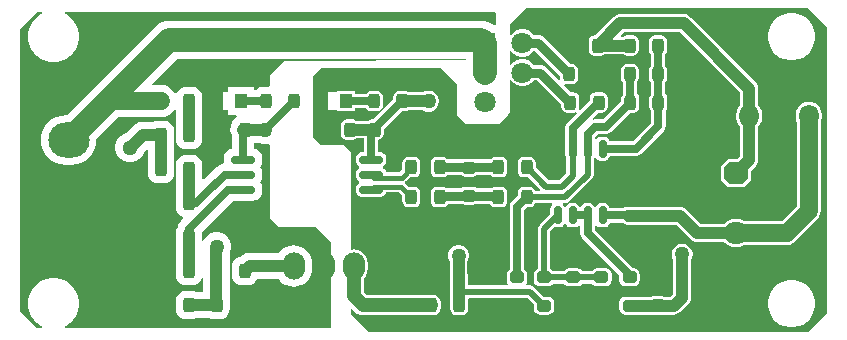
<source format=gtl>
G04*
G04 #@! TF.GenerationSoftware,Altium Limited,Altium Designer,21.6.1 (37)*
G04*
G04 Layer_Physical_Order=1*
G04 Layer_Color=3751112*
%FSTAX24Y24*%
%MOIN*%
G70*
G04*
G04 #@! TF.SameCoordinates,7AD6CBE7-45AD-4871-8827-9D585CE600FE*
G04*
G04*
G04 #@! TF.FilePolarity,Positive*
G04*
G01*
G75*
%ADD11C,0.0197*%
G04:AMPARAMS|DCode=22|XSize=59.1mil|YSize=27.6mil|CornerRadius=6.9mil|HoleSize=0mil|Usage=FLASHONLY|Rotation=270.000|XOffset=0mil|YOffset=0mil|HoleType=Round|Shape=RoundedRectangle|*
%AMROUNDEDRECTD22*
21,1,0.0591,0.0138,0,0,270.0*
21,1,0.0453,0.0276,0,0,270.0*
1,1,0.0138,-0.0069,-0.0226*
1,1,0.0138,-0.0069,0.0226*
1,1,0.0138,0.0069,0.0226*
1,1,0.0138,0.0069,-0.0226*
%
%ADD22ROUNDEDRECTD22*%
G04:AMPARAMS|DCode=23|XSize=39.4mil|YSize=47.2mil|CornerRadius=9.8mil|HoleSize=0mil|Usage=FLASHONLY|Rotation=180.000|XOffset=0mil|YOffset=0mil|HoleType=Round|Shape=RoundedRectangle|*
%AMROUNDEDRECTD23*
21,1,0.0394,0.0276,0,0,180.0*
21,1,0.0197,0.0472,0,0,180.0*
1,1,0.0197,-0.0098,0.0138*
1,1,0.0197,0.0098,0.0138*
1,1,0.0197,0.0098,-0.0138*
1,1,0.0197,-0.0098,-0.0138*
%
%ADD23ROUNDEDRECTD23*%
G04:AMPARAMS|DCode=24|XSize=39.4mil|YSize=47.2mil|CornerRadius=9.8mil|HoleSize=0mil|Usage=FLASHONLY|Rotation=270.000|XOffset=0mil|YOffset=0mil|HoleType=Round|Shape=RoundedRectangle|*
%AMROUNDEDRECTD24*
21,1,0.0394,0.0276,0,0,270.0*
21,1,0.0197,0.0472,0,0,270.0*
1,1,0.0197,-0.0138,-0.0098*
1,1,0.0197,-0.0138,0.0098*
1,1,0.0197,0.0138,0.0098*
1,1,0.0197,0.0138,-0.0098*
%
%ADD24ROUNDEDRECTD24*%
G04:AMPARAMS|DCode=25|XSize=78.7mil|YSize=27.6mil|CornerRadius=6.9mil|HoleSize=0mil|Usage=FLASHONLY|Rotation=0.000|XOffset=0mil|YOffset=0mil|HoleType=Round|Shape=RoundedRectangle|*
%AMROUNDEDRECTD25*
21,1,0.0787,0.0138,0,0,0.0*
21,1,0.0650,0.0276,0,0,0.0*
1,1,0.0138,0.0325,-0.0069*
1,1,0.0138,-0.0325,-0.0069*
1,1,0.0138,-0.0325,0.0069*
1,1,0.0138,0.0325,0.0069*
%
%ADD25ROUNDEDRECTD25*%
%ADD26R,0.0394X0.0472*%
%ADD42C,0.0394*%
%ADD43C,0.0591*%
%ADD44C,0.0787*%
%ADD45C,0.0472*%
%ADD46C,0.0276*%
%ADD47C,0.0236*%
%ADD48C,0.0315*%
%ADD49C,0.0200*%
%ADD50C,0.0300*%
%ADD51C,0.0150*%
%ADD52O,0.0748X0.0906*%
%ADD53R,0.0748X0.0906*%
%ADD54O,0.0650X0.0750*%
%ADD55O,0.0787X0.0748*%
G04:AMPARAMS|DCode=56|XSize=78.7mil|YSize=74.8mil|CornerRadius=0mil|HoleSize=0mil|Usage=FLASHONLY|Rotation=0.000|XOffset=0mil|YOffset=0mil|HoleType=Round|Shape=Octagon|*
%AMOCTAGOND56*
4,1,8,0.0394,-0.0187,0.0394,0.0187,0.0207,0.0374,-0.0207,0.0374,-0.0394,0.0187,-0.0394,-0.0187,-0.0207,-0.0374,0.0207,-0.0374,0.0394,-0.0187,0.0*
%
%ADD56OCTAGOND56*%

%ADD57R,0.0709X0.0709*%
%ADD58C,0.0709*%
%ADD59O,0.1378X0.1181*%
%ADD60C,0.0500*%
%ADD61C,0.0394*%
%ADD62C,0.0512*%
G36*
X058004Y031125D02*
X058002Y030725D01*
X057919D01*
X057856Y030776D01*
X057747Y030835D01*
X057628Y030871D01*
X057504Y030883D01*
X0471D01*
X046977Y030871D01*
X046858Y030835D01*
X046748Y030776D01*
X046652Y030698D01*
X044602Y028648D01*
X044602Y028648D01*
X043686Y027731D01*
X043652D01*
X043489Y027715D01*
X043334Y027668D01*
X04319Y027591D01*
X043064Y027487D01*
X042961Y027362D01*
X042884Y027218D01*
X042837Y027062D01*
X042821Y0269D01*
X042837Y026738D01*
X042884Y026582D01*
X042961Y026438D01*
X043064Y026313D01*
X04319Y026209D01*
X043334Y026132D01*
X043489Y026085D01*
X043652Y026069D01*
X043848D01*
X044011Y026085D01*
X044166Y026132D01*
X04431Y026209D01*
X044436Y026313D01*
X044539Y026438D01*
X044616Y026582D01*
X044663Y026738D01*
X044679Y0269D01*
X044676Y026931D01*
X045409Y027664D01*
X046831D01*
X04697Y027682D01*
X047099Y027736D01*
X04721Y027821D01*
X047282Y027914D01*
X047332Y027897D01*
Y027067D01*
X047332Y027067D01*
X047333Y02706D01*
Y026929D01*
X047344Y026842D01*
X047378Y02676D01*
X047432Y02669D01*
X047502Y026637D01*
X047583Y026603D01*
X04767Y026591D01*
X047867D01*
X047954Y026603D01*
X048036Y026637D01*
X048106Y02669D01*
X048159Y02676D01*
X048193Y026842D01*
X048205Y026929D01*
Y02706D01*
X048206Y027067D01*
Y0282D01*
X048205Y028206D01*
Y028338D01*
X048193Y028425D01*
X048159Y028507D01*
X048106Y028576D01*
X048036Y02863D01*
X047954Y028664D01*
X047867Y028675D01*
X04767D01*
X047583Y028664D01*
X047502Y02863D01*
X047432Y028576D01*
X047378Y028507D01*
X047356Y028453D01*
X047302Y028453D01*
X047296Y028468D01*
X04721Y028579D01*
X047099Y028664D01*
X04697Y028718D01*
X046831Y028736D01*
X046547D01*
X046527Y028782D01*
X047362Y029617D01*
X056987D01*
Y029556D01*
X050943Y029544D01*
X05045Y029049D01*
Y028718D01*
X0504Y028675D01*
X050236D01*
X050148Y028664D01*
X050067Y02863D01*
X049998Y028577D01*
X049927D01*
Y028672D01*
X049061D01*
Y028515D01*
X048903D01*
Y027885D01*
X049061D01*
Y027728D01*
X049327D01*
X049355Y027683D01*
X049354Y027678D01*
X049288Y027626D01*
X049234Y027557D01*
X049201Y027475D01*
X0492Y027473D01*
X049197Y027468D01*
X049153Y027363D01*
X049138Y02725D01*
X049153Y027137D01*
X049189Y027051D01*
Y02662D01*
X049161Y026616D01*
X049087Y026585D01*
X049024Y026537D01*
X048975Y026473D01*
X048944Y026399D01*
X048933Y026319D01*
Y026181D01*
X048941Y026126D01*
X048852Y026114D01*
X048761Y026077D01*
X048683Y026017D01*
X048252Y025585D01*
X048206Y025604D01*
Y025933D01*
X048205Y02594D01*
Y026071D01*
X048193Y026158D01*
X048159Y02624D01*
X048106Y02631D01*
X048036Y026363D01*
X047954Y026397D01*
X047867Y026409D01*
X04767D01*
X047583Y026397D01*
X047502Y026363D01*
X047432Y02631D01*
X047378Y02624D01*
X047344Y026158D01*
X047333Y026071D01*
Y02594D01*
X047332Y025933D01*
Y0248D01*
X047332Y0248D01*
X047333Y024794D01*
Y024662D01*
X047344Y024575D01*
X047378Y024493D01*
X047432Y024424D01*
X047502Y02437D01*
X047561Y024345D01*
X047576Y02429D01*
X047489Y024203D01*
X047429Y024125D01*
X047391Y024034D01*
X047387Y024002D01*
X047365Y023973D01*
X047331Y023892D01*
X04732Y023804D01*
Y023673D01*
X047319Y023667D01*
Y022546D01*
X047333Y022441D01*
Y022396D01*
X047344Y022308D01*
X047378Y022227D01*
X047432Y022157D01*
X047502Y022103D01*
X047583Y02207D01*
X04767Y022058D01*
X047867D01*
X047954Y02207D01*
X048036Y022103D01*
X048106Y022157D01*
X048159Y022227D01*
X048193Y022308D01*
X048194Y022318D01*
X048244Y022315D01*
Y021837D01*
X048013D01*
X047948Y021864D01*
X047861Y021875D01*
X047664D01*
X047577Y021864D01*
X047495Y02183D01*
X047425Y021776D01*
X047372Y021707D01*
X047338Y021625D01*
X047326Y021538D01*
Y021406D01*
X047326Y0214D01*
X047326Y021394D01*
Y021262D01*
X047338Y021175D01*
X047372Y021093D01*
X047425Y021024D01*
X047495Y02097D01*
X047577Y020936D01*
X047664Y020925D01*
X047861D01*
X047948Y020936D01*
X048013Y020963D01*
X048437D01*
X048502Y020936D01*
X048589Y020925D01*
X048786D01*
X048873Y020936D01*
X048955Y02097D01*
X049025Y021024D01*
X049078Y021093D01*
X049112Y021175D01*
X049124Y021262D01*
Y021538D01*
X049118Y021579D01*
Y023109D01*
X049144Y023153D01*
X049177Y023277D01*
Y023405D01*
X049144Y023528D01*
X04908Y023639D01*
X048989Y02373D01*
X048878Y023794D01*
X048755Y023827D01*
X048627D01*
X048503Y023794D01*
X048392Y02373D01*
X048302Y023639D01*
X048243Y023537D01*
X04821Y023539D01*
X048193Y023545D01*
Y023667D01*
X048192Y023673D01*
Y023804D01*
X048188Y023835D01*
X049017Y024664D01*
X049017Y024664D01*
X049226Y024873D01*
X049566D01*
X04957Y024873D01*
X049891D01*
X04997Y024884D01*
X050045Y024915D01*
X050108Y024963D01*
X050157Y025027D01*
X050188Y025101D01*
X050198Y025181D01*
Y025319D01*
X050188Y025399D01*
X050157Y025473D01*
X050136Y0255D01*
X050157Y025527D01*
X050188Y025601D01*
X050198Y025681D01*
Y025819D01*
X050188Y025899D01*
X050157Y025973D01*
X050136Y026D01*
X050157Y026027D01*
X050188Y026101D01*
X050198Y026181D01*
Y026319D01*
X050188Y026399D01*
X050157Y026473D01*
X050108Y026537D01*
X050045Y026585D01*
X04997Y026616D01*
X049943Y02662D01*
Y026813D01*
X050084D01*
X050112Y026797D01*
X050236Y026764D01*
X050364D01*
X05041Y026776D01*
X05045Y026746D01*
X05045Y0243D01*
X05075Y024D01*
X052Y024D01*
X0525Y0235D01*
Y020639D01*
X043637Y020639D01*
X043627Y020688D01*
X043651Y020698D01*
X04379Y020791D01*
X043907Y020908D01*
X044Y021047D01*
X044064Y021201D01*
X044096Y021365D01*
Y021531D01*
X044064Y021695D01*
X044Y021849D01*
X043907Y021988D01*
X04379Y022106D01*
X043651Y022198D01*
X043497Y022262D01*
X043333Y022294D01*
X043167D01*
X043003Y022262D01*
X042849Y022198D01*
X04271Y022106D01*
X042593Y021988D01*
X0425Y021849D01*
X042436Y021695D01*
X042404Y021531D01*
Y021365D01*
X042436Y021201D01*
X0425Y021047D01*
X042593Y020908D01*
X04271Y020791D01*
X042849Y020698D01*
X042873Y020688D01*
X042863Y020639D01*
X04269D01*
X042139Y02119D01*
Y03061D01*
X04269Y031161D01*
X042872D01*
X042882Y031112D01*
X042849Y031098D01*
X04271Y031006D01*
X042593Y030888D01*
X0425Y030749D01*
X042436Y030595D01*
X042404Y030431D01*
Y030265D01*
X042436Y030101D01*
X0425Y029947D01*
X042593Y029808D01*
X04271Y029691D01*
X042849Y029598D01*
X043003Y029534D01*
X043167Y029502D01*
X043333D01*
X043497Y029534D01*
X043651Y029598D01*
X04379Y029691D01*
X043907Y029808D01*
X044Y029947D01*
X044064Y030101D01*
X044096Y030265D01*
Y030431D01*
X044064Y030595D01*
X044Y030749D01*
X043907Y030888D01*
X04379Y031006D01*
X043651Y031098D01*
X043618Y031112D01*
X043628Y031161D01*
X057969D01*
X058004Y031125D01*
D02*
G37*
G36*
X058516Y029855D02*
X058601Y029771D01*
X058705Y029711D01*
X05882Y02968D01*
X05894D01*
X059055Y029711D01*
X059159Y029771D01*
X059243Y029855D01*
X059249Y029866D01*
X059301Y02987D01*
X060137Y029033D01*
Y028962D01*
X060144Y028925D01*
X060098Y0289D01*
X059665Y029334D01*
X059611Y029375D01*
X059549Y029401D01*
X059481Y02941D01*
X059255D01*
X059243Y029429D01*
X059159Y029514D01*
X059055Y029573D01*
X05894Y029604D01*
X05882D01*
X058705Y029573D01*
X058601Y029514D01*
X058516Y029429D01*
X0585Y029401D01*
X05845Y029414D01*
Y02987D01*
X0585Y029884D01*
X058516Y029855D01*
D02*
G37*
G36*
X069046Y030666D02*
Y021134D01*
X068416Y020504D01*
X053746Y020504D01*
X05315Y0211D01*
Y021255D01*
X053196Y021274D01*
X05331Y02116D01*
X05338Y021106D01*
X053428Y021086D01*
X053462Y021072D01*
X05355Y021061D01*
X055728D01*
X055733Y02106D01*
X05593D01*
X056007Y021075D01*
X056073Y021119D01*
X056117Y021185D01*
X056126Y021234D01*
X056159Y021312D01*
X05617Y0214D01*
X056159Y021488D01*
X056126Y021566D01*
X056117Y021615D01*
X056073Y021681D01*
X056007Y021725D01*
X05593Y02174D01*
X055733D01*
X055728Y021739D01*
X05369D01*
X053589Y02184D01*
Y022285D01*
X053664Y022382D01*
X053712Y022498D01*
X053728Y022621D01*
Y022779D01*
X053712Y022902D01*
X053664Y023018D01*
X053588Y023117D01*
X053489Y023193D01*
X053374Y023241D01*
X05325Y023257D01*
X053188Y023249D01*
X05315Y023282D01*
Y0265D01*
X052902Y026748D01*
X05215Y026749D01*
X0519Y027D01*
X0519Y02905D01*
X05215Y0293D01*
X056148D01*
X056696Y028756D01*
X056703Y027744D01*
X0572Y02725D01*
X05845Y02725D01*
X05845Y028886D01*
X0585Y028899D01*
X058516Y028871D01*
X058601Y028786D01*
X058705Y028727D01*
X05882Y028696D01*
X05894D01*
X059055Y028727D01*
X059159Y028786D01*
X059243Y028871D01*
X059255Y02889D01*
X059374D01*
X060181Y028083D01*
Y028012D01*
X060196Y027935D01*
X06024Y027869D01*
X060305Y027825D01*
X060383Y02781D01*
X06058D01*
X060657Y027825D01*
X060671Y027834D01*
X060703Y027796D01*
X060379Y027471D01*
X060326Y027393D01*
X060308Y0273D01*
Y026613D01*
X060309Y026606D01*
Y026387D01*
X060322Y026321D01*
X060346Y026285D01*
Y025784D01*
X060116Y025554D01*
X059753D01*
X059319Y025988D01*
Y026138D01*
X059304Y026215D01*
X05926Y026281D01*
X059195Y026325D01*
X059117Y02634D01*
X05892D01*
X058843Y026325D01*
X058777Y026281D01*
X058733Y026215D01*
X058718Y026138D01*
Y025862D01*
X058733Y025785D01*
X058777Y025719D01*
X058843Y025675D01*
X05892Y02566D01*
X05907D01*
X059476Y025254D01*
X059456Y025204D01*
X059306D01*
X059304Y025215D01*
X05926Y025281D01*
X059195Y025325D01*
X059117Y02534D01*
X05892D01*
X058843Y025325D01*
X058777Y025281D01*
X058733Y025215D01*
X058718Y025138D01*
Y025042D01*
X058529Y024853D01*
X058476Y024774D01*
X058458Y024681D01*
Y022586D01*
X058419Y022561D01*
X058375Y022495D01*
X05836Y022418D01*
Y022221D01*
X058375Y022143D01*
X058403Y022102D01*
X058376Y022052D01*
X057091D01*
X057059Y022091D01*
X057063Y022112D01*
Y022388D01*
X057049Y022457D01*
Y022869D01*
X057076Y022915D01*
X0571Y023004D01*
Y023096D01*
X057076Y023185D01*
X05703Y023265D01*
X056965Y02333D01*
X056885Y023376D01*
X056796Y0234D01*
X056704D01*
X056615Y023376D01*
X056535Y02333D01*
X05647Y023265D01*
X056424Y023185D01*
X0564Y023096D01*
Y023004D01*
X056424Y022915D01*
X056451Y022869D01*
Y021419D01*
X056461Y021341D01*
X056468Y021324D01*
Y021262D01*
X056483Y021185D01*
X056527Y021119D01*
X056593Y021075D01*
X05667Y02106D01*
X056867D01*
X056945Y021075D01*
X05701Y021119D01*
X057054Y021185D01*
X057069Y021262D01*
Y021538D01*
X057058Y021598D01*
X057083Y02164D01*
X057092Y021648D01*
X059047D01*
X05926Y021435D01*
Y021283D01*
X059275Y021205D01*
X059319Y02114D01*
X059385Y021096D01*
X059462Y021081D01*
X059738D01*
X059815Y021096D01*
X059881Y02114D01*
X059925Y021205D01*
X05994Y021283D01*
Y02148D01*
X059925Y021557D01*
X059881Y021623D01*
X059815Y021667D01*
X059738Y021682D01*
X059585D01*
X059274Y021993D01*
X059209Y022037D01*
X059131Y022052D01*
X059024D01*
X058997Y022102D01*
X059025Y022143D01*
X05904Y022221D01*
Y022418D01*
X059025Y022495D01*
X058981Y022561D01*
X058942Y022586D01*
Y024581D01*
X059021Y02466D01*
X059117D01*
X059195Y024675D01*
X05926Y024719D01*
X059304Y024785D01*
X059306Y024796D01*
X059861D01*
X059876Y024746D01*
X059859Y024735D01*
X059822Y024679D01*
X059809Y024613D01*
Y024432D01*
X059457Y02408D01*
X059413Y024014D01*
X059398Y023937D01*
Y022607D01*
X059385Y022604D01*
X059319Y02256D01*
X059275Y022495D01*
X05926Y022417D01*
Y02222D01*
X059275Y022143D01*
X059319Y022077D01*
X059385Y022033D01*
X059462Y022018D01*
X059738D01*
X059815Y022033D01*
X059881Y022077D01*
X059907Y022116D01*
X060268D01*
X060294Y022077D01*
X06036Y022033D01*
X060437Y022018D01*
X060713D01*
X06079Y022033D01*
X060856Y022077D01*
X060882Y022116D01*
X061206D01*
X061231Y022078D01*
X061297Y022034D01*
X061374Y022019D01*
X06165D01*
X061727Y022034D01*
X061793Y022078D01*
X061837Y022143D01*
X061852Y022221D01*
Y022418D01*
X061837Y022495D01*
X061793Y022561D01*
X061727Y022605D01*
X06165Y02262D01*
X061374D01*
X061297Y022605D01*
X061231Y022561D01*
X061205Y022521D01*
X060882D01*
X060856Y02256D01*
X06079Y022604D01*
X060713Y022619D01*
X060437D01*
X06036Y022604D01*
X060294Y02256D01*
X060268Y022521D01*
X059907D01*
X059881Y02256D01*
X059815Y022604D01*
X059802Y022607D01*
Y023853D01*
X059945Y023996D01*
X059981Y023988D01*
X060119D01*
X060185Y024002D01*
X060241Y024039D01*
X060273Y024087D01*
X0603Y024091D01*
X060327Y024087D01*
X060359Y024039D01*
X060415Y024002D01*
X060481Y023988D01*
X060619D01*
X060685Y024002D01*
X060741Y024039D01*
X060758Y024064D01*
X060808Y024049D01*
Y0238D01*
X060826Y023707D01*
X060879Y023629D01*
X062109Y022398D01*
Y02222D01*
X062125Y022143D01*
X062169Y022077D01*
X062234Y022033D01*
X062312Y022018D01*
X062587D01*
X062665Y022033D01*
X06273Y022077D01*
X062774Y022143D01*
X06279Y02222D01*
Y022417D01*
X062774Y022495D01*
X06273Y02256D01*
X062665Y022604D01*
X062587Y022619D01*
X062573D01*
X061292Y0239D01*
Y024049D01*
X061342Y024064D01*
X061359Y024039D01*
X061415Y024002D01*
X061481Y023988D01*
X061619D01*
X061685Y024002D01*
X061741Y024039D01*
X061778Y024095D01*
X061788Y024145D01*
X062212D01*
X062219Y024134D01*
X062285Y02409D01*
X062362Y024074D01*
X062638D01*
X062644Y024076D01*
X063256D01*
X063262Y024074D01*
X063538D01*
X063544Y024076D01*
X064001D01*
X064488Y023588D01*
X06455Y023541D01*
X064623Y023511D01*
X0647Y023501D01*
X065613D01*
X065642Y023462D01*
X065741Y023386D01*
X065857Y023338D01*
X06598Y023322D01*
X06602D01*
X066143Y023338D01*
X066259Y023386D01*
X066279Y023401D01*
X0677D01*
X0677Y023401D01*
X067803Y023415D01*
X067899Y023455D01*
X067982Y023518D01*
X068712Y024248D01*
X068775Y024331D01*
X068815Y024427D01*
X068829Y02453D01*
X068829Y02453D01*
Y027502D01*
X068844Y027539D01*
X068859Y02765D01*
Y02775D01*
X068844Y027861D01*
X068801Y027964D01*
X068733Y028053D01*
X068644Y028121D01*
X068541Y028164D01*
X06843Y028179D01*
X068319Y028164D01*
X068216Y028121D01*
X068127Y028053D01*
X068059Y027964D01*
X068016Y027861D01*
X068001Y02775D01*
Y02765D01*
X068016Y027539D01*
X068031Y027502D01*
Y024695D01*
X067535Y024199D01*
X066279D01*
X066259Y024214D01*
X066143Y024262D01*
X06602Y024278D01*
X06598D01*
X065857Y024262D01*
X065741Y024214D01*
X065642Y024138D01*
X065613Y024099D01*
X064824D01*
X064337Y024587D01*
X064275Y024634D01*
X064202Y024664D01*
X064125Y024674D01*
X063544D01*
X063538Y024676D01*
X063262D01*
X063256Y024674D01*
X062644D01*
X062638Y024676D01*
X062362D01*
X062285Y02466D01*
X062239Y024629D01*
X061788D01*
X061778Y024679D01*
X061741Y024735D01*
X061685Y024772D01*
X061619Y024786D01*
X061481D01*
X061415Y024772D01*
X061359Y024735D01*
X061327Y024687D01*
X0613Y024683D01*
X061273Y024687D01*
X061241Y024735D01*
X061185Y024772D01*
X061119Y024786D01*
X060981D01*
X060915Y024772D01*
X060859Y024735D01*
X060827Y024687D01*
X0608Y024683D01*
X060773Y024687D01*
X060741Y024735D01*
X060685Y024772D01*
X060619Y024786D01*
X060481D01*
X060415Y024772D01*
X060359Y024735D01*
X060327Y024687D01*
X0603Y024683D01*
X060273Y024687D01*
X060241Y024735D01*
X060224Y024746D01*
X060239Y024796D01*
X0603D01*
X060378Y024812D01*
X060444Y024856D01*
X061194Y025606D01*
X061238Y025672D01*
X061254Y02575D01*
Y026285D01*
X061273Y026313D01*
X0613Y026317D01*
X061327Y026313D01*
X061359Y026265D01*
X061415Y026228D01*
X061481Y026214D01*
X061619D01*
X061685Y026228D01*
X061741Y026265D01*
X061778Y026321D01*
X061788Y026371D01*
X062663D01*
X062756Y026389D01*
X062834Y026442D01*
X063587Y027194D01*
X063639Y027272D01*
X063658Y027365D01*
Y027871D01*
X063701Y027935D01*
X063716Y028012D01*
Y028288D01*
X063701Y028365D01*
X063657Y028431D01*
X063643Y02844D01*
Y028821D01*
X063686Y028885D01*
X063701Y028962D01*
Y029238D01*
X063686Y029315D01*
X063643Y029379D01*
Y029771D01*
X063686Y029835D01*
X063701Y029912D01*
Y030188D01*
X063686Y030265D01*
X063642Y030331D01*
X063576Y030375D01*
X063499Y03039D01*
X063302D01*
X063225Y030375D01*
X063159Y030331D01*
X063115Y030265D01*
X0631Y030188D01*
Y029912D01*
X063115Y029835D01*
X063158Y029771D01*
Y029379D01*
X063115Y029315D01*
X0631Y029238D01*
Y028962D01*
X063115Y028885D01*
X063158Y028821D01*
Y028407D01*
X06313Y028365D01*
X063115Y028288D01*
Y028012D01*
X06313Y027935D01*
X063173Y027871D01*
Y027466D01*
X062563Y026855D01*
X061788D01*
X061778Y026905D01*
X061741Y026961D01*
X061685Y026998D01*
X061619Y027012D01*
X061481D01*
X061415Y026998D01*
X061359Y026961D01*
X061342Y026936D01*
X061292Y026951D01*
Y027D01*
X0614Y027108D01*
X061678D01*
X061771Y027126D01*
X061849Y027179D01*
X062481Y02781D01*
X062576D01*
X062654Y027825D01*
X062719Y027869D01*
X062763Y027935D01*
X062779Y028012D01*
Y028288D01*
X062763Y028365D01*
X062719Y028431D01*
X062706Y02844D01*
Y028821D01*
X062748Y028885D01*
X062764Y028962D01*
Y029238D01*
X062748Y029315D01*
X062705Y029381D01*
X062639Y029425D01*
X062562Y02944D01*
X062365D01*
X062287Y029425D01*
X062222Y029381D01*
X062178Y029315D01*
X062162Y029238D01*
Y028962D01*
X062178Y028885D01*
X062221Y028821D01*
Y028407D01*
X062193Y028365D01*
X062177Y028288D01*
Y028192D01*
X061577Y027592D01*
X0613D01*
X061245Y027582D01*
X06122Y027628D01*
X061403Y02781D01*
X061517D01*
X061595Y027825D01*
X06166Y027869D01*
X061704Y027935D01*
X061719Y028012D01*
Y028288D01*
X061704Y028365D01*
X06166Y028431D01*
X061595Y028475D01*
X061517Y02849D01*
X06132D01*
X061243Y028475D01*
X061177Y028431D01*
X061133Y028365D01*
X061118Y028288D01*
Y028211D01*
X060796Y027889D01*
X060757Y027921D01*
X060767Y027935D01*
X060782Y028012D01*
Y028288D01*
X060767Y028365D01*
X060723Y028431D01*
X060657Y028475D01*
X06058Y02849D01*
X060508D01*
X060277Y028721D01*
X060302Y028767D01*
X060339Y02876D01*
X060536D01*
X060613Y028775D01*
X060679Y028819D01*
X060723Y028885D01*
X060738Y028962D01*
Y029238D01*
X060723Y029315D01*
X060679Y029381D01*
X060613Y029425D01*
X060536Y02944D01*
X060465D01*
X059587Y030318D01*
X059533Y030359D01*
X059471Y030385D01*
X059403Y030394D01*
X059255D01*
X059243Y030413D01*
X059159Y030498D01*
X059055Y030558D01*
X05894Y030589D01*
X05882D01*
X058705Y030558D01*
X058601Y030498D01*
X058516Y030413D01*
X0585Y030385D01*
X05845Y030398D01*
Y03075D01*
X058996Y031296D01*
X068416D01*
X069046Y030666D01*
D02*
G37*
%LPC*%
G36*
X04693Y027542D02*
X046733D01*
X046646Y02753D01*
X04658Y027503D01*
X046217D01*
X046104Y027489D01*
X045998Y027445D01*
X045908Y027376D01*
X045652Y02712D01*
X04561Y027109D01*
X045498Y027044D01*
X045406Y026952D01*
X045341Y02684D01*
X045308Y026715D01*
Y026585D01*
X045341Y02646D01*
X045406Y026348D01*
X045498Y026256D01*
X04561Y026191D01*
X045735Y026158D01*
X045865D01*
X04599Y026191D01*
X046102Y026256D01*
X046194Y026348D01*
X046259Y02646D01*
X04627Y026502D01*
X046348Y026581D01*
X046394Y026561D01*
Y025933D01*
X046395Y025927D01*
Y025796D01*
X046407Y025708D01*
X046441Y025627D01*
X046494Y025557D01*
X046564Y025503D01*
X046646Y02547D01*
X046733Y025458D01*
X04693D01*
X047017Y02547D01*
X047098Y025503D01*
X047168Y025557D01*
X047222Y025627D01*
X047256Y025708D01*
X047267Y025796D01*
Y025927D01*
X047268Y025933D01*
Y027067D01*
X047267Y027073D01*
Y027204D01*
X047256Y027292D01*
X047222Y027373D01*
X047168Y027443D01*
X047098Y027497D01*
X047017Y02753D01*
X04693Y027542D01*
D02*
G37*
G36*
X05125Y023392D02*
X05113Y02338D01*
X051015Y023345D01*
X050909Y023289D01*
X050816Y023212D01*
X050754Y023137D01*
X049785D01*
X049672Y023122D01*
X049567Y023078D01*
X049476Y023009D01*
X04947Y023002D01*
X049433Y022997D01*
X049352Y022963D01*
X049282Y02291D01*
X049228Y02284D01*
X049194Y022758D01*
X049183Y022671D01*
Y02254D01*
X049182Y022533D01*
X049183Y022527D01*
Y022396D01*
X049194Y022308D01*
X049228Y022227D01*
X049282Y022157D01*
X049352Y022103D01*
X049433Y02207D01*
X04952Y022058D01*
X049717D01*
X049804Y02207D01*
X049886Y022103D01*
X049956Y022157D01*
X050009Y022227D01*
X050025Y022263D01*
X050754D01*
X050816Y022188D01*
X050909Y022111D01*
X051015Y022055D01*
X05113Y02202D01*
X05125Y022008D01*
X05137Y02202D01*
X051485Y022055D01*
X051591Y022111D01*
X051684Y022188D01*
X05176Y022281D01*
X051817Y022387D01*
X051851Y022502D01*
X051863Y022621D01*
Y022779D01*
X051851Y022898D01*
X051817Y023013D01*
X05176Y023119D01*
X051684Y023212D01*
X051591Y023289D01*
X051485Y023345D01*
X05137Y02338D01*
X05125Y023392D01*
D02*
G37*
G36*
X067928Y031135D02*
X06785Y031135D01*
X067772Y031135D01*
X06762Y031105D01*
X067477Y031046D01*
X067348Y03096D01*
X067238Y03085D01*
X067152Y030721D01*
X067093Y030578D01*
X067063Y030426D01*
X067063Y030348D01*
X067063Y030348D01*
X067063Y030348D01*
X067063Y030271D01*
X067093Y030118D01*
X067152Y029975D01*
X067238Y029846D01*
X067348Y029736D01*
X067477Y02965D01*
X06762Y029591D01*
X067772Y029561D01*
X06785Y029561D01*
X067928D01*
X06808Y029591D01*
X068223Y02965D01*
X068352Y029736D01*
X068462Y029846D01*
X068548Y029975D01*
X068607Y030118D01*
X068637Y030271D01*
Y030348D01*
X068637Y030426D01*
X068607Y030578D01*
X068548Y030721D01*
X068462Y03085D01*
X068352Y03096D01*
X068223Y031046D01*
X06808Y031105D01*
X067928Y031135D01*
D02*
G37*
G36*
X055796Y02855D02*
X055704D01*
X055615Y028526D01*
X055569Y028499D01*
X055082D01*
X055045Y028525D01*
X054967Y02854D01*
X05477D01*
X054693Y028525D01*
X054627Y028481D01*
X054583Y028415D01*
X054568Y028338D01*
Y028242D01*
X053916Y02759D01*
X053864D01*
X053787Y027575D01*
X053749Y027549D01*
X053339D01*
X053301Y027575D01*
X053223Y02759D01*
X053027D01*
X052949Y027575D01*
X052884Y027531D01*
X05284Y027465D01*
X052824Y027388D01*
Y027112D01*
X05284Y027035D01*
X052884Y026969D01*
X052949Y026925D01*
X053027Y02691D01*
X053223D01*
X053301Y026925D01*
X053339Y026951D01*
X053592D01*
Y026491D01*
X053509D01*
X053443Y026478D01*
X053387Y026441D01*
X05335Y026385D01*
X053337Y026319D01*
Y026181D01*
X05335Y026115D01*
X053387Y026059D01*
X053435Y026027D01*
X05344Y026D01*
X053435Y025973D01*
X053387Y025941D01*
X05335Y025885D01*
X053337Y025819D01*
Y025681D01*
X05335Y025615D01*
X053387Y025559D01*
X053435Y025527D01*
X05344Y0255D01*
X053435Y025473D01*
X053387Y025441D01*
X05335Y025385D01*
X053337Y025319D01*
Y025181D01*
X05335Y025115D01*
X053387Y025059D01*
X053443Y025022D01*
X053509Y025009D01*
X054159D01*
X054225Y025022D01*
X054281Y025059D01*
X054318Y025115D01*
X054329Y025172D01*
X054757D01*
X054881Y025048D01*
Y024862D01*
X054896Y024785D01*
X05494Y024719D01*
X055005Y024675D01*
X055083Y02466D01*
X05528D01*
X055357Y024675D01*
X055423Y024719D01*
X055467Y024785D01*
X055482Y024862D01*
Y025138D01*
X055467Y025215D01*
X055423Y025281D01*
X055357Y025325D01*
X05528Y02534D01*
X055094D01*
X054976Y025458D01*
X054976Y025518D01*
X054984Y025524D01*
X05512Y02566D01*
X05528D01*
X055357Y025675D01*
X055423Y025719D01*
X055467Y025785D01*
X055482Y025862D01*
Y026138D01*
X055467Y026215D01*
X055423Y026281D01*
X055357Y026325D01*
X05528Y02634D01*
X055083D01*
X055005Y026325D01*
X05494Y026281D01*
X054896Y026215D01*
X054881Y026138D01*
Y025925D01*
X054784Y025828D01*
X054329D01*
X054318Y025885D01*
X054281Y025941D01*
X054233Y025973D01*
X054228Y026D01*
X054233Y026027D01*
X054281Y026059D01*
X054318Y026115D01*
X054331Y026181D01*
Y026319D01*
X054318Y026385D01*
X054281Y026441D01*
X054225Y026478D01*
X054159Y026491D01*
X054077D01*
Y026913D01*
X054138Y026925D01*
X054204Y026969D01*
X054248Y027035D01*
X054263Y027112D01*
Y027252D01*
X054871Y02786D01*
X054967D01*
X055045Y027875D01*
X055082Y027901D01*
X055569D01*
X055615Y027874D01*
X055704Y02785D01*
X055796D01*
X055885Y027874D01*
X055965Y02792D01*
X05603Y027985D01*
X056076Y028065D01*
X0561Y028154D01*
Y028246D01*
X056076Y028335D01*
X05603Y028415D01*
X055965Y02848D01*
X055885Y028526D01*
X055796Y02855D01*
D02*
G37*
G36*
X05403Y02854D02*
X053833D01*
X053755Y028525D01*
X05369Y028481D01*
X053664Y028442D01*
X053291D01*
Y028536D01*
X052697D01*
Y028515D01*
X052403D01*
Y027885D01*
X052697D01*
Y027864D01*
X053291D01*
Y027958D01*
X053664D01*
X05369Y027919D01*
X053755Y027875D01*
X053833Y02786D01*
X05403D01*
X054107Y027875D01*
X054173Y027919D01*
X054217Y027985D01*
X054232Y028062D01*
Y028338D01*
X054217Y028415D01*
X054173Y028481D01*
X054107Y028525D01*
X05403Y02854D01*
D02*
G37*
G36*
X05818Y02634D02*
X057983D01*
X057905Y026325D01*
X05784Y026281D01*
X057822Y026255D01*
X057323D01*
X057315Y02626D01*
X057238Y026276D01*
X056962D01*
X056885Y02626D01*
X056877Y026255D01*
X056378D01*
X05636Y026281D01*
X056295Y026325D01*
X056217Y02634D01*
X05602D01*
X055943Y026325D01*
X055877Y026281D01*
X055833Y026215D01*
X055818Y026138D01*
Y025862D01*
X055833Y025785D01*
X055877Y025719D01*
X055943Y025675D01*
X05602Y02566D01*
X056217D01*
X056295Y025675D01*
X05636Y025719D01*
X056378Y025745D01*
X056811D01*
X056819Y025734D01*
X056885Y02569D01*
X056962Y025674D01*
X057238D01*
X057315Y02569D01*
X057381Y025734D01*
X057389Y025745D01*
X057822D01*
X05784Y025719D01*
X057905Y025675D01*
X057983Y02566D01*
X05818D01*
X058257Y025675D01*
X058323Y025719D01*
X058367Y025785D01*
X058382Y025862D01*
Y026138D01*
X058367Y026215D01*
X058323Y026281D01*
X058257Y026325D01*
X05818Y02634D01*
D02*
G37*
G36*
X06425Y031099D02*
X062137D01*
X06206Y031089D01*
X062018Y031072D01*
X061988Y031059D01*
X061926Y031012D01*
X061304Y03039D01*
X061289D01*
X061212Y030375D01*
X061146Y030331D01*
X061102Y030265D01*
X061087Y030188D01*
Y029912D01*
X061102Y029835D01*
X061146Y029769D01*
X061212Y029725D01*
X061289Y02971D01*
X061486D01*
X061563Y029725D01*
X061601Y029751D01*
X062249D01*
X062287Y029725D01*
X062365Y02971D01*
X062562D01*
X062639Y029725D01*
X062705Y029769D01*
X062748Y029835D01*
X062764Y029912D01*
Y030188D01*
X062748Y030265D01*
X062705Y030331D01*
X062639Y030375D01*
X062562Y03039D01*
X062365D01*
X062287Y030375D01*
X062249Y030349D01*
X062176D01*
X062156Y030396D01*
X062261Y030501D01*
X064126D01*
X066141Y028486D01*
Y028056D01*
X066137Y028053D01*
X066069Y027964D01*
X066026Y027861D01*
X066011Y02775D01*
Y02765D01*
X066026Y027539D01*
X066069Y027436D01*
X066137Y027347D01*
X066141Y027344D01*
Y026364D01*
X066051Y026274D01*
X065743D01*
X065506Y026037D01*
Y025563D01*
X065743Y025326D01*
X066257D01*
X066494Y025563D01*
Y02587D01*
X066652Y026028D01*
X066699Y02609D01*
X066729Y026163D01*
X066739Y02624D01*
Y027344D01*
X066743Y027347D01*
X066811Y027436D01*
X066854Y027539D01*
X066869Y02765D01*
Y02775D01*
X066854Y027861D01*
X066811Y027964D01*
X066743Y028053D01*
X066739Y028056D01*
Y02861D01*
X066729Y028687D01*
X066699Y02876D01*
X066652Y028822D01*
X064462Y031012D01*
X0644Y031059D01*
X064327Y031089D01*
X06425Y031099D01*
D02*
G37*
G36*
X05818Y02534D02*
X057983D01*
X057905Y025325D01*
X057857Y025292D01*
X057361D01*
X057315Y025323D01*
X057238Y025338D01*
X056962D01*
X056885Y025323D01*
X056839Y025292D01*
X056343D01*
X056295Y025325D01*
X056217Y02534D01*
X05602D01*
X055943Y025325D01*
X055877Y025281D01*
X055833Y025215D01*
X055818Y025138D01*
Y024862D01*
X055833Y024785D01*
X055877Y024719D01*
X055943Y024675D01*
X05602Y02466D01*
X056217D01*
X056295Y024675D01*
X05636Y024719D01*
X056403Y024783D01*
X056839D01*
X056885Y024752D01*
X056962Y024737D01*
X057238D01*
X057315Y024752D01*
X057361Y024783D01*
X057797D01*
X05784Y024719D01*
X057905Y024675D01*
X057983Y02466D01*
X05818D01*
X058257Y024675D01*
X058323Y024719D01*
X058367Y024785D01*
X058382Y024862D01*
Y025138D01*
X058367Y025215D01*
X058323Y025281D01*
X058257Y025325D01*
X05818Y02534D01*
D02*
G37*
G36*
X067928Y022235D02*
X06785Y022235D01*
X067772Y022235D01*
X06762Y022205D01*
X067477Y022146D01*
X067348Y02206D01*
X067238Y02195D01*
X067152Y021821D01*
X067093Y021678D01*
X067063Y021526D01*
X067063Y021448D01*
X067063Y021448D01*
X067063Y021448D01*
X067063Y02137D01*
X067093Y021218D01*
X067152Y021075D01*
X067238Y020946D01*
X067348Y020836D01*
X067477Y02075D01*
X06762Y020691D01*
X067772Y020661D01*
X06785Y020661D01*
X067928D01*
X06808Y020691D01*
X068223Y02075D01*
X068352Y020836D01*
X068462Y020946D01*
X068548Y021075D01*
X068607Y021218D01*
X068637Y02137D01*
Y021448D01*
X068637Y021526D01*
X068607Y021678D01*
X068548Y021821D01*
X068462Y02195D01*
X068352Y02206D01*
X068223Y022146D01*
X06808Y022205D01*
X067928Y022235D01*
D02*
G37*
G36*
X064246Y02345D02*
X064154D01*
X064065Y023426D01*
X063985Y02338D01*
X06392Y023315D01*
X063874Y023235D01*
X06385Y023146D01*
Y023054D01*
X063874Y022965D01*
X063901Y022919D01*
Y021774D01*
X063807Y021681D01*
X063597D01*
X063525Y021695D01*
X063249D01*
X063177Y021681D01*
X062594D01*
X062587Y021682D01*
X062312D01*
X062234Y021667D01*
X062169Y021623D01*
X062125Y021557D01*
X062109Y02148D01*
Y021283D01*
X062125Y021205D01*
X062169Y02114D01*
X062234Y021096D01*
X062312Y021081D01*
X062587D01*
X062594Y021082D01*
X063931D01*
X064009Y021092D01*
X064081Y021122D01*
X064143Y02117D01*
X064412Y021438D01*
X064459Y0215D01*
X064472Y02153D01*
X064489Y021573D01*
X064499Y02165D01*
Y022919D01*
X064526Y022965D01*
X06455Y023054D01*
Y023146D01*
X064526Y023235D01*
X06448Y023315D01*
X064415Y02338D01*
X064335Y023426D01*
X064246Y02345D01*
D02*
G37*
%LPD*%
D11*
X0569Y02185D02*
X059131D01*
X05675Y02305D02*
X056769Y023031D01*
X0596Y022319D02*
X061512D01*
X0596Y023937D02*
X06005Y024387D01*
X0596Y022319D02*
Y023937D01*
X059131Y02185D02*
X0596Y021381D01*
X061512Y022319D02*
X061512Y022319D01*
D22*
X06005Y026613D02*
D03*
X06055D02*
D03*
X06105D02*
D03*
X06155D02*
D03*
Y024387D02*
D03*
X06105D02*
D03*
X06055D02*
D03*
X06005D02*
D03*
D23*
X049619Y022533D02*
D03*
X048681D02*
D03*
X046818Y023667D02*
D03*
X047756D02*
D03*
X047769Y0248D02*
D03*
X046831D02*
D03*
X046831Y025933D02*
D03*
X047769D02*
D03*
X046831Y027067D02*
D03*
X047769D02*
D03*
X059019Y025D02*
D03*
X058081D02*
D03*
X055831Y0214D02*
D03*
X056769D02*
D03*
X048688Y0214D02*
D03*
X049625D02*
D03*
Y02725D02*
D03*
X048688D02*
D03*
X056119Y025D02*
D03*
X055181D02*
D03*
X056119Y026D02*
D03*
X055181D02*
D03*
X053963Y02725D02*
D03*
X0549D02*
D03*
X061419Y02815D02*
D03*
X060481D02*
D03*
X061375Y0291D02*
D03*
X060438D02*
D03*
X06045Y03005D02*
D03*
X061387D02*
D03*
X047769Y0282D02*
D03*
X046831D02*
D03*
X047769Y022533D02*
D03*
X046831D02*
D03*
X053931Y0282D02*
D03*
X054869D02*
D03*
X052206D02*
D03*
X050334Y0282D02*
D03*
X051271D02*
D03*
X048706Y0282D02*
D03*
X0634Y03005D02*
D03*
X062463D02*
D03*
X062478Y02815D02*
D03*
X063415D02*
D03*
X062463Y0291D02*
D03*
X0634D02*
D03*
X055825Y02225D02*
D03*
X056762D02*
D03*
X046825Y0214D02*
D03*
X047762D02*
D03*
X053125Y02725D02*
D03*
X052188D02*
D03*
X058081Y026D02*
D03*
X059019D02*
D03*
D24*
X0571Y025975D02*
D03*
Y025038D02*
D03*
X0587Y021382D02*
D03*
Y022319D02*
D03*
X06245Y021381D02*
D03*
Y022319D02*
D03*
X061512Y022319D02*
D03*
Y021382D02*
D03*
X063387Y021394D02*
D03*
Y022332D02*
D03*
X0596Y022319D02*
D03*
Y021381D02*
D03*
X060575Y021381D02*
D03*
Y022319D02*
D03*
X0625Y024375D02*
D03*
Y025312D02*
D03*
X0634D02*
D03*
Y024375D02*
D03*
D25*
X049566Y02625D02*
D03*
Y02575D02*
D03*
Y02525D02*
D03*
Y02475D02*
D03*
X053834D02*
D03*
Y02525D02*
D03*
Y02575D02*
D03*
Y02625D02*
D03*
D26*
X052994Y0282D02*
D03*
X049494D02*
D03*
D42*
X054869D02*
X05575D01*
X0549Y02725D02*
X0582D01*
X0465Y0249D02*
X046831Y024569D01*
Y02368D02*
Y0248D01*
X04375Y0249D02*
X0465D01*
X0458Y02665D02*
X046217Y027067D01*
X046831D01*
Y025933D02*
X046831Y025933D01*
X046831Y025933D02*
Y027067D01*
X047769D02*
X047769Y027067D01*
Y0282D01*
X05675Y021419D02*
Y02305D01*
X053863Y02725D02*
X053869D01*
X053963D01*
X05888Y02793D02*
Y028166D01*
X0582Y02725D02*
X05888Y02793D01*
X049575Y02725D02*
X0503D01*
X0522Y027362D02*
Y02895D01*
X053125Y02725D02*
X053863D01*
X053125Y02725D02*
X053125Y02725D01*
X048681Y021406D02*
Y023331D01*
X048691Y023341D01*
X046831Y022533D02*
Y023654D01*
X047769Y0248D02*
X047769Y0248D01*
Y025933D01*
X047756Y022546D02*
X047769Y022533D01*
X047756Y022546D02*
Y023667D01*
X046825Y0214D02*
X046831Y021406D01*
Y022533D01*
X046818Y023667D02*
X046831Y023654D01*
X046818Y023667D02*
X046831Y02368D01*
X0487Y028206D02*
Y02895D01*
X048706Y027269D02*
Y0282D01*
X049619Y022533D02*
X049785Y0227D01*
X05125D01*
X0634Y025312D02*
X064438D01*
X06495Y0248D01*
X066D01*
X05425Y0227D02*
X055375D01*
X055825Y02225D01*
X05675Y021419D02*
X056769Y0214D01*
X061387Y03005D02*
X062137Y0308D01*
X06425D01*
X062282Y03005D02*
X062463D01*
X061387D02*
X062282D01*
X066Y0258D02*
X06644Y02624D01*
Y0277D01*
Y02861D01*
X06425Y0308D02*
X06644Y02861D01*
X063931Y021381D02*
X0642Y02165D01*
X063387Y021381D02*
X063931D01*
X0642Y02165D02*
Y0231D01*
X06245Y021381D02*
X063387D01*
X0625Y024375D02*
X0634D01*
X064125D01*
X0647Y0238D02*
X066D01*
X064125Y024375D02*
X0647Y0238D01*
X063387Y022332D02*
Y023087D01*
X0634Y0231D01*
X062463Y03005D02*
X062463Y03005D01*
X0625Y025312D02*
X0634D01*
X060575Y021381D02*
X060575Y021382D01*
X048675Y0214D02*
X048681Y021406D01*
X047762Y0214D02*
X048675D01*
D43*
X04505Y0282D02*
X046831D01*
X045D02*
X04505D01*
X066Y0238D02*
X0677D01*
X06843Y02453D01*
Y0277D01*
D44*
X04505Y0282D02*
X0471Y03025D01*
X04375Y0269D02*
X04505Y0282D01*
X0471Y03025D02*
X057504D01*
X05762Y02915D02*
Y030134D01*
X057504Y03025D02*
X05762Y030134D01*
D45*
X05355Y0214D02*
X055831D01*
X05325Y0217D02*
Y0227D01*
Y0217D02*
X05355Y0214D01*
X049625Y0214D02*
X0518D01*
X05225Y02185D02*
Y0227D01*
X0518Y0214D02*
X05225Y02185D01*
D46*
X0503Y02725D02*
X05125Y0282D01*
X053963Y027294D02*
X054869Y0282D01*
X053963Y02725D02*
Y027294D01*
X047756Y023667D02*
Y023936D01*
X04875Y02493D01*
X047769Y0248D02*
X048D01*
X0483Y0251D01*
X04895Y02575D02*
X049566D01*
X0483Y0251D02*
X04895Y02575D01*
X04907Y02525D02*
X049566D01*
X04875Y02493D02*
X04907Y02525D01*
X06105Y0238D02*
Y024387D01*
Y0238D02*
X06245Y0224D01*
Y022319D02*
Y0224D01*
X049444Y0282D02*
X049444Y0282D01*
X049494D02*
X050334D01*
X052994Y0282D02*
X053881D01*
X06045Y0308D02*
X06045Y0308D01*
X06045Y03005D02*
Y0308D01*
X05225Y0227D02*
Y0234D01*
X04985Y0238D02*
X05185D01*
X05225Y0234D01*
X049566Y024084D02*
X04985Y0238D01*
X049566Y024084D02*
Y02475D01*
X0587Y024681D02*
X059019Y025D01*
X0587Y022319D02*
Y024681D01*
X053834Y027221D02*
X053863Y02725D01*
X053834Y02625D02*
Y027221D01*
X049566Y027241D02*
X049575Y02725D01*
X049566Y02625D02*
Y027241D01*
X06045Y030025D02*
X061375Y0291D01*
X06045Y030025D02*
Y03005D01*
X0614Y02815D02*
X061419D01*
X06055Y0273D02*
X0614Y02815D01*
X0613Y02735D02*
X061678D01*
X06105Y0271D02*
X0613Y02735D01*
X06105Y026613D02*
Y0271D01*
X06055Y026613D02*
Y0273D01*
X061678Y02735D02*
X062478Y02815D01*
X062663Y026613D02*
X063415Y027365D01*
Y02815D01*
X06155Y026613D02*
X062663D01*
X062463Y028165D02*
X062478Y02815D01*
X062463Y028165D02*
Y0291D01*
X06055Y024387D02*
X06105D01*
X062463Y021394D02*
X063387D01*
X06005Y026613D02*
Y026996D01*
X05888Y028166D02*
X06005Y026996D01*
X062488Y024387D02*
X0625Y024375D01*
X06155Y024387D02*
X062488D01*
X0634Y0291D02*
Y03005D01*
Y028165D02*
Y0291D01*
Y028165D02*
X063415Y02815D01*
X060575Y021382D02*
X061512D01*
X05425Y0227D02*
Y024334D01*
X053834Y02475D02*
X05425Y024334D01*
D47*
X062905Y02185D02*
X063387Y022332D01*
X06198Y02185D02*
X062905D01*
X061512Y021382D02*
X06198Y02185D01*
X060044Y02085D02*
X060575Y021381D01*
X059232Y02085D02*
X060044D01*
X0587Y021382D02*
X059232Y02085D01*
D48*
X06245Y021381D02*
X062463Y021394D01*
X059481Y02915D02*
X060481Y02815D01*
X05888Y02915D02*
X059481D01*
X05888Y030134D02*
X059403D01*
X060438Y0291D01*
D49*
X059019Y026D02*
X059669Y02535D01*
X0602D02*
X06055Y0257D01*
X059669Y02535D02*
X0602D01*
X06055Y0257D02*
Y026613D01*
X06105Y02575D02*
Y026613D01*
X059019Y025D02*
X0603D01*
X06105Y02575D01*
D50*
X056119Y025D02*
X056156Y025038D01*
X0571D01*
X058044D02*
X058081Y025D01*
X0571Y025038D02*
X058044D01*
X057125Y026D02*
X058081D01*
X0571Y025975D02*
X057125Y026D01*
X057075D02*
X0571Y025975D01*
X056119Y026D02*
X057075D01*
D51*
X053934Y02565D02*
X054858D01*
X053834Y02575D02*
X053934Y02565D01*
X054858D02*
X055181Y025973D01*
X054831Y02535D02*
X055181Y025D01*
X053834Y02525D02*
X053934Y02535D01*
X054831D01*
X055181Y025973D02*
Y026D01*
D52*
X05125Y0227D02*
D03*
X05225D02*
D03*
X05325D02*
D03*
D53*
X05425D02*
D03*
D54*
X06644Y0277D02*
D03*
X06745D02*
D03*
X06843D02*
D03*
D55*
X066Y0248D02*
D03*
Y0238D02*
D03*
D56*
Y0258D02*
D03*
D57*
X05762Y030134D02*
D03*
D58*
Y02915D02*
D03*
Y028166D02*
D03*
X05888Y030134D02*
D03*
Y02915D02*
D03*
Y028166D02*
D03*
D59*
X04375Y0249D02*
D03*
Y0269D02*
D03*
D60*
X05575Y0282D02*
D03*
X0503Y02725D02*
D03*
X048691Y023341D02*
D03*
X06045Y0308D02*
D03*
X0642Y0231D02*
D03*
X0634D02*
D03*
X05675Y02305D02*
D03*
D61*
X0454Y02975D02*
D03*
X0589Y02085D02*
D03*
X05835D02*
D03*
X0578D02*
D03*
X05725D02*
D03*
X04375Y02835D02*
D03*
X04485Y02215D02*
D03*
X0454D02*
D03*
X04485Y0216D02*
D03*
Y0227D02*
D03*
X0454D02*
D03*
Y0216D02*
D03*
X0582Y02675D02*
D03*
X0588D02*
D03*
X0594D02*
D03*
X0622Y0237D02*
D03*
X0628D02*
D03*
X0634D02*
D03*
X0537Y02405D02*
D03*
X05425D02*
D03*
X0548D02*
D03*
X05535D02*
D03*
X05095Y0237D02*
D03*
X05155D02*
D03*
X04975D02*
D03*
X05035D02*
D03*
X0546Y02895D02*
D03*
X054D02*
D03*
X0534D02*
D03*
X0528D02*
D03*
X05015D02*
D03*
X04945D02*
D03*
X04485Y02975D02*
D03*
X0454Y0303D02*
D03*
X04485D02*
D03*
X04265Y02835D02*
D03*
X04375Y0289D02*
D03*
X04265D02*
D03*
X0432Y02835D02*
D03*
Y0289D02*
D03*
X06515Y0284D02*
D03*
X0646D02*
D03*
X06515Y02895D02*
D03*
Y02785D02*
D03*
X0646D02*
D03*
Y02895D02*
D03*
X0487D02*
D03*
X0522D02*
D03*
D62*
X0458Y02665D02*
D03*
M02*

</source>
